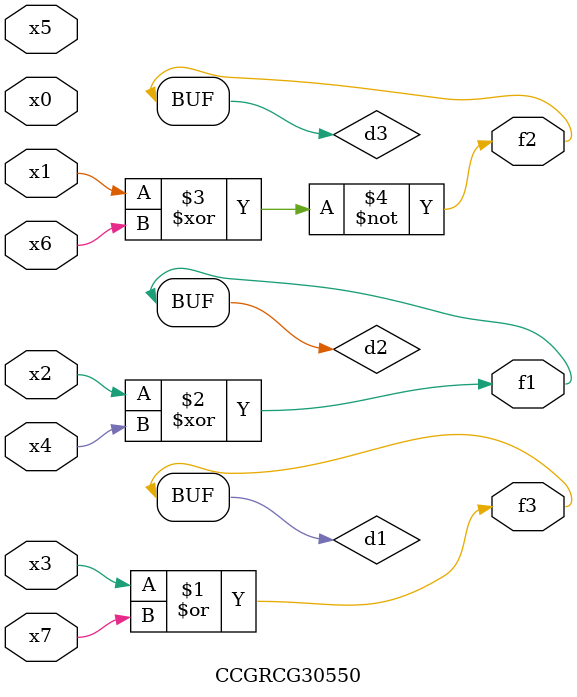
<source format=v>
module CCGRCG30550(
	input x0, x1, x2, x3, x4, x5, x6, x7,
	output f1, f2, f3
);

	wire d1, d2, d3;

	or (d1, x3, x7);
	xor (d2, x2, x4);
	xnor (d3, x1, x6);
	assign f1 = d2;
	assign f2 = d3;
	assign f3 = d1;
endmodule

</source>
